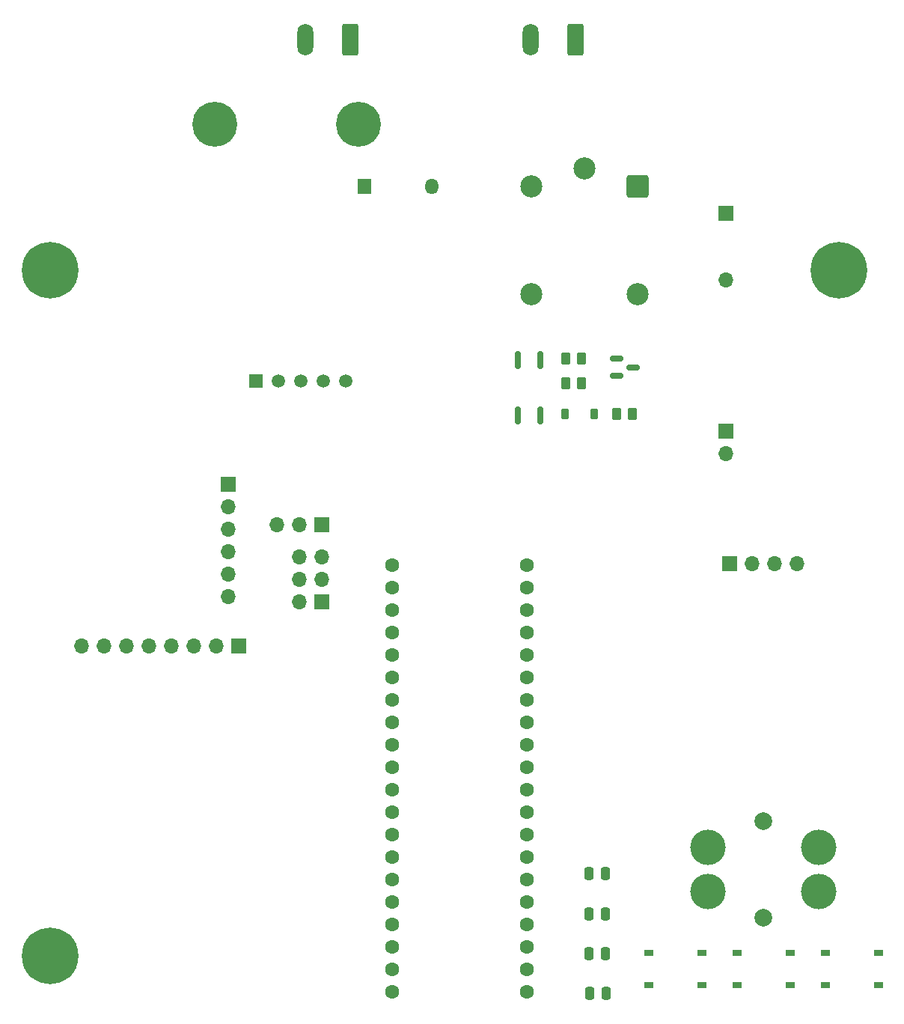
<source format=gts>
%TF.GenerationSoftware,KiCad,Pcbnew,9.0.0*%
%TF.CreationDate,2025-03-24T10:31:21+08:00*%
%TF.ProjectId,IntelliChargingPile,496e7465-6c6c-4694-9368-617267696e67,rev?*%
%TF.SameCoordinates,Original*%
%TF.FileFunction,Soldermask,Top*%
%TF.FilePolarity,Negative*%
%FSLAX46Y46*%
G04 Gerber Fmt 4.6, Leading zero omitted, Abs format (unit mm)*
G04 Created by KiCad (PCBNEW 9.0.0) date 2025-03-24 10:31:21*
%MOMM*%
%LPD*%
G01*
G04 APERTURE LIST*
G04 Aperture macros list*
%AMRoundRect*
0 Rectangle with rounded corners*
0 $1 Rounding radius*
0 $2 $3 $4 $5 $6 $7 $8 $9 X,Y pos of 4 corners*
0 Add a 4 corners polygon primitive as box body*
4,1,4,$2,$3,$4,$5,$6,$7,$8,$9,$2,$3,0*
0 Add four circle primitives for the rounded corners*
1,1,$1+$1,$2,$3*
1,1,$1+$1,$4,$5*
1,1,$1+$1,$6,$7*
1,1,$1+$1,$8,$9*
0 Add four rect primitives between the rounded corners*
20,1,$1+$1,$2,$3,$4,$5,0*
20,1,$1+$1,$4,$5,$6,$7,0*
20,1,$1+$1,$6,$7,$8,$9,0*
20,1,$1+$1,$8,$9,$2,$3,0*%
G04 Aperture macros list end*
%ADD10C,6.400000*%
%ADD11C,0.800000*%
%ADD12R,1.700000X1.700000*%
%ADD13O,1.700000X1.700000*%
%ADD14R,1.500000X1.500000*%
%ADD15C,1.500000*%
%ADD16O,1.500000X1.778000*%
%ADD17R,1.500000X1.778000*%
%ADD18C,5.080000*%
%ADD19RoundRect,0.250000X0.650000X1.550000X-0.650000X1.550000X-0.650000X-1.550000X0.650000X-1.550000X0*%
%ADD20O,1.800000X3.600000*%
%ADD21C,1.600000*%
%ADD22C,4.000000*%
%ADD23C,2.000000*%
%ADD24RoundRect,0.250000X0.250000X0.475000X-0.250000X0.475000X-0.250000X-0.475000X0.250000X-0.475000X0*%
%ADD25R,1.000000X0.750000*%
%ADD26RoundRect,0.225000X-0.225000X-0.375000X0.225000X-0.375000X0.225000X0.375000X-0.225000X0.375000X0*%
%ADD27RoundRect,0.250000X-0.250000X-0.475000X0.250000X-0.475000X0.250000X0.475000X-0.250000X0.475000X0*%
%ADD28RoundRect,0.250000X-0.262500X-0.450000X0.262500X-0.450000X0.262500X0.450000X-0.262500X0.450000X0*%
%ADD29C,2.500000*%
%ADD30RoundRect,0.250000X-1.000000X1.000000X-1.000000X-1.000000X1.000000X-1.000000X1.000000X1.000000X0*%
%ADD31RoundRect,0.160000X0.160000X-0.840000X0.160000X0.840000X-0.160000X0.840000X-0.160000X-0.840000X0*%
%ADD32RoundRect,0.150000X-0.587500X-0.150000X0.587500X-0.150000X0.587500X0.150000X-0.587500X0.150000X0*%
G04 APERTURE END LIST*
D10*
%TO.C,REF\u002A\u002A*%
X139250000Y-66500000D03*
D11*
X136850000Y-66500000D03*
X137552944Y-64802944D03*
X137552944Y-68197056D03*
X139250000Y-64100000D03*
X139250000Y-68900000D03*
X140947056Y-64802944D03*
X140947056Y-68197056D03*
X141650000Y-66500000D03*
%TD*%
D12*
%TO.C,U3*%
X71390000Y-109000000D03*
D13*
X68850000Y-109000000D03*
X66310000Y-109000000D03*
X63770000Y-109000000D03*
X61230000Y-109000000D03*
X58690000Y-109000000D03*
X56150000Y-109000000D03*
X53610000Y-109000000D03*
%TD*%
D10*
%TO.C,REF\u002A\u002A*%
X50000000Y-144000000D03*
D11*
X47600000Y-144000000D03*
X48302944Y-142302944D03*
X48302944Y-145697056D03*
X50000000Y-141600000D03*
X50000000Y-146400000D03*
X51697056Y-142302944D03*
X51697056Y-145697056D03*
X52400000Y-144000000D03*
%TD*%
D10*
%TO.C,REF\u002A\u002A*%
X50000000Y-66500000D03*
D11*
X47600000Y-66500000D03*
X48302944Y-64802944D03*
X48302944Y-68197056D03*
X50000000Y-64100000D03*
X50000000Y-68900000D03*
X51697056Y-64802944D03*
X51697056Y-68197056D03*
X52400000Y-66500000D03*
%TD*%
D12*
%TO.C,T1*%
X126467500Y-60000000D03*
D13*
X126467500Y-67600000D03*
X126467500Y-87200000D03*
D12*
X126467500Y-84660000D03*
%TD*%
D14*
%TO.C,U2*%
X73292700Y-79000000D03*
D15*
X75832700Y-79000000D03*
X78372700Y-79000000D03*
X80912700Y-79000000D03*
X83452700Y-79000000D03*
D16*
X93231700Y-57029000D03*
D17*
X85611700Y-57029000D03*
D18*
X68695300Y-49955800D03*
X84952500Y-49955800D03*
%TD*%
D19*
%TO.C,J1*%
X109485000Y-40432500D03*
D20*
X104405000Y-40432500D03*
%TD*%
D19*
%TO.C,J2*%
X83985000Y-40432500D03*
D20*
X78905000Y-40432500D03*
%TD*%
D12*
%TO.C,U5*%
X70180000Y-90650000D03*
D13*
X70180000Y-93190000D03*
X70180000Y-95730000D03*
X70180000Y-98270000D03*
X70180000Y-100810000D03*
X70180000Y-103350000D03*
%TD*%
D21*
%TO.C,U1*%
X104000000Y-148060000D03*
X104000000Y-145520000D03*
X104000000Y-142980000D03*
X104000000Y-140440000D03*
X104000000Y-137900000D03*
X104000000Y-135360000D03*
X104000000Y-132820000D03*
X104000000Y-130280000D03*
X104000000Y-127740000D03*
X104000000Y-125200000D03*
X104000000Y-122660000D03*
X104000000Y-120120000D03*
X104000000Y-117580000D03*
X104000000Y-115040000D03*
X104000000Y-112500000D03*
X104000000Y-109960000D03*
X104000000Y-107420000D03*
X104000000Y-104880000D03*
X104000000Y-102340000D03*
X104000000Y-99800000D03*
X88760000Y-99800000D03*
X88760000Y-102340000D03*
X88760000Y-104880000D03*
X88760000Y-107420000D03*
X88760000Y-109960000D03*
X88760000Y-112500000D03*
X88760000Y-115040000D03*
X88760000Y-117580000D03*
X88760000Y-120120000D03*
X88760000Y-122660000D03*
X88760000Y-125200000D03*
X88760000Y-127740000D03*
X88760000Y-130280000D03*
X88760000Y-132820000D03*
X88760000Y-135360000D03*
X88760000Y-137900000D03*
X88760000Y-140440000D03*
X88760000Y-142980000D03*
X88760000Y-145520000D03*
X88760000Y-148060000D03*
%TD*%
D22*
%TO.C,SW1*%
X124500000Y-131750000D03*
X137000000Y-131750000D03*
X124500000Y-136750000D03*
X137000000Y-136750000D03*
D23*
X130750000Y-139750000D03*
X130750000Y-128750000D03*
%TD*%
D24*
%TO.C,C3*%
X112900000Y-143750000D03*
X111000000Y-143750000D03*
%TD*%
D12*
%TO.C,J3*%
X80802000Y-104008000D03*
D13*
X78262000Y-104008000D03*
X80802000Y-101468000D03*
X78262000Y-101468000D03*
X80802000Y-98928000D03*
X78262000Y-98928000D03*
%TD*%
D25*
%TO.C,SW4*%
X137750000Y-143650000D03*
X143750000Y-143650000D03*
X137750000Y-147350000D03*
X143750000Y-147350000D03*
%TD*%
D12*
%TO.C,U4*%
X126940000Y-99700000D03*
D13*
X129480000Y-99700000D03*
X132020000Y-99700000D03*
X134560000Y-99700000D03*
%TD*%
D26*
%TO.C,D1*%
X108300000Y-82760000D03*
X111600000Y-82760000D03*
%TD*%
D24*
%TO.C,C2*%
X112900000Y-139250000D03*
X111000000Y-139250000D03*
%TD*%
D27*
%TO.C,C1*%
X111000000Y-134750000D03*
X112900000Y-134750000D03*
%TD*%
D28*
%TO.C,R2*%
X108337500Y-79250000D03*
X110162500Y-79250000D03*
%TD*%
D29*
%TO.C,K1*%
X110500000Y-55000000D03*
X116500000Y-69200000D03*
X104500000Y-69200000D03*
D30*
X116500000Y-57000000D03*
D29*
X104500000Y-57000000D03*
%TD*%
D25*
%TO.C,SW3*%
X127750000Y-143650000D03*
X133750000Y-143650000D03*
X127750000Y-147350000D03*
X133750000Y-147350000D03*
%TD*%
D12*
%TO.C,J4*%
X80802000Y-95250000D03*
D13*
X78262000Y-95250000D03*
X75722000Y-95250000D03*
%TD*%
D28*
%TO.C,R1*%
X108337500Y-76500000D03*
X110162500Y-76500000D03*
%TD*%
%TO.C,R3*%
X114087500Y-82750000D03*
X115912500Y-82750000D03*
%TD*%
D31*
%TO.C,OC1*%
X102980000Y-82900000D03*
X105520000Y-82900000D03*
X105520000Y-76600000D03*
X102980000Y-76600000D03*
%TD*%
D24*
%TO.C,C4*%
X112950000Y-148250000D03*
X111050000Y-148250000D03*
%TD*%
D32*
%TO.C,Q1*%
X114125000Y-76500000D03*
X114125000Y-78400000D03*
X116000000Y-77450000D03*
%TD*%
D25*
%TO.C,SW2*%
X117750000Y-143650000D03*
X123750000Y-143650000D03*
X117750000Y-147350000D03*
X123750000Y-147350000D03*
%TD*%
M02*

</source>
